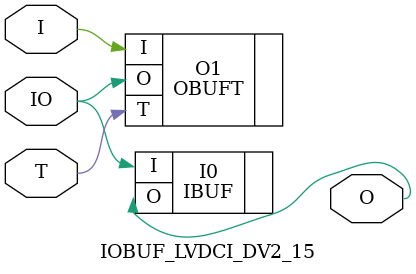
<source format=v>


`timescale  1 ps / 1 ps


module IOBUF_LVDCI_DV2_15 (O, IO, I, T);

    output O;

    inout  IO;

    input  I, T;

        OBUFT #(.IOSTANDARD("LVDCI_DV2_15") ) O1 (.O(IO), .I(I), .T(T)); 
	IBUF #(.IOSTANDARD("LVDCI_DV2_15"))  I0 (.O(O), .I(IO));
        

endmodule



</source>
